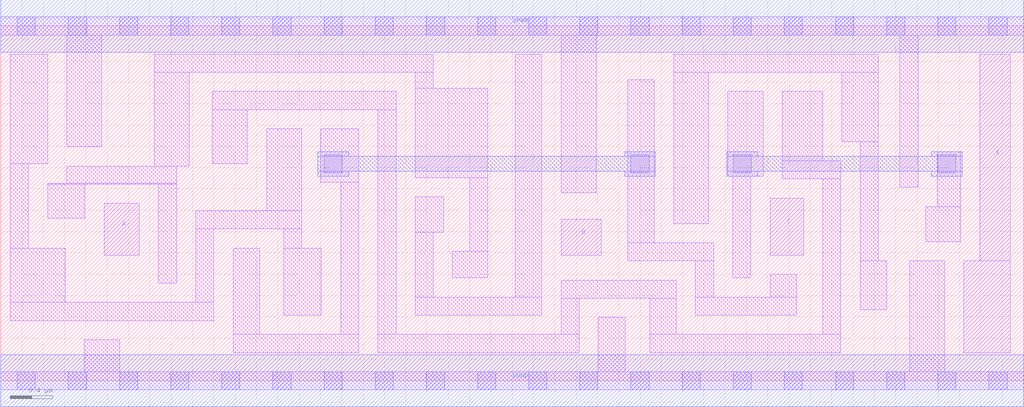
<source format=lef>
# Copyright 2020 The SkyWater PDK Authors
#
# Licensed under the Apache License, Version 2.0 (the "License");
# you may not use this file except in compliance with the License.
# You may obtain a copy of the License at
#
#     https://www.apache.org/licenses/LICENSE-2.0
#
# Unless required by applicable law or agreed to in writing, software
# distributed under the License is distributed on an "AS IS" BASIS,
# WITHOUT WARRANTIES OR CONDITIONS OF ANY KIND, either express or implied.
# See the License for the specific language governing permissions and
# limitations under the License.
#
# SPDX-License-Identifier: Apache-2.0

VERSION 5.7 ;
  NAMESCASESENSITIVE ON ;
  NOWIREEXTENSIONATPIN ON ;
  DIVIDERCHAR "/" ;
  BUSBITCHARS "[]" ;
UNITS
  DATABASE MICRONS 200 ;
END UNITS
MACRO sky130_fd_sc_lp__xor3_1
  CLASS CORE ;
  SOURCE USER ;
  FOREIGN sky130_fd_sc_lp__xor3_1 ;
  ORIGIN  0.000000  0.000000 ;
  SIZE  9.600000 BY  3.330000 ;
  SYMMETRY X Y R90 ;
  SITE unit ;
  PIN A
    ANTENNAGATEAREA  0.246000 ;
    DIRECTION INPUT ;
    USE SIGNAL ;
    PORT
      LAYER li1 ;
        RECT 0.970000 1.180000 1.300000 1.665000 ;
    END
  END A
  PIN B
    ANTENNAGATEAREA  0.729000 ;
    DIRECTION INPUT ;
    USE SIGNAL ;
    PORT
      LAYER li1 ;
        RECT 5.260000 1.180000 5.635000 1.515000 ;
    END
  END B
  PIN C
    ANTENNAGATEAREA  0.381000 ;
    DIRECTION INPUT ;
    USE SIGNAL ;
    PORT
      LAYER li1 ;
        RECT 7.220000 1.180000 7.535000 1.715000 ;
    END
  END C
  PIN X
    ANTENNADIFFAREA  0.598500 ;
    DIRECTION OUTPUT ;
    USE SIGNAL ;
    PORT
      LAYER li1 ;
        RECT 9.040000 0.265000 9.475000 1.125000 ;
        RECT 9.190000 1.125000 9.475000 3.065000 ;
    END
  END X
  PIN VGND
    DIRECTION INOUT ;
    USE GROUND ;
    PORT
      LAYER met1 ;
        RECT 0.000000 -0.245000 9.600000 0.245000 ;
    END
  END VGND
  PIN VPWR
    DIRECTION INOUT ;
    USE POWER ;
    PORT
      LAYER met1 ;
        RECT 0.000000 3.085000 9.600000 3.575000 ;
    END
  END VPWR
  OBS
    LAYER li1 ;
      RECT 0.000000 -0.085000 9.600000 0.085000 ;
      RECT 0.000000  3.245000 9.600000 3.415000 ;
      RECT 0.090000  0.565000 2.000000 0.735000 ;
      RECT 0.090000  0.735000 0.605000 1.245000 ;
      RECT 0.090000  1.245000 0.260000 2.035000 ;
      RECT 0.090000  2.035000 0.440000 3.065000 ;
      RECT 0.440000  1.525000 0.790000 1.845000 ;
      RECT 0.440000  1.845000 1.650000 1.855000 ;
      RECT 0.620000  1.855000 1.650000 2.015000 ;
      RECT 0.620000  2.195000 0.950000 3.245000 ;
      RECT 0.785000  0.085000 1.115000 0.385000 ;
      RECT 1.440000  2.015000 1.770000 2.895000 ;
      RECT 1.440000  2.895000 4.060000 3.065000 ;
      RECT 1.480000  0.915000 1.650000 1.845000 ;
      RECT 1.830000  0.735000 2.000000 1.425000 ;
      RECT 1.830000  1.425000 2.825000 1.595000 ;
      RECT 1.985000  2.035000 2.315000 2.545000 ;
      RECT 1.985000  2.545000 3.710000 2.715000 ;
      RECT 2.180000  0.265000 3.360000 0.435000 ;
      RECT 2.180000  0.435000 2.430000 1.245000 ;
      RECT 2.495000  1.595000 2.825000 2.365000 ;
      RECT 2.655000  0.615000 3.010000 1.245000 ;
      RECT 2.655000  1.245000 2.825000 1.425000 ;
      RECT 3.005000  1.865000 3.360000 2.365000 ;
      RECT 3.190000  0.435000 3.360000 1.865000 ;
      RECT 3.540000  0.265000 5.430000 0.435000 ;
      RECT 3.540000  0.435000 3.710000 2.545000 ;
      RECT 3.890000  0.615000 5.080000 0.785000 ;
      RECT 3.890000  0.785000 4.060000 1.395000 ;
      RECT 3.890000  1.395000 4.160000 1.725000 ;
      RECT 3.890000  1.905000 4.570000 2.745000 ;
      RECT 3.890000  2.745000 4.060000 2.895000 ;
      RECT 4.240000  0.965000 4.570000 1.215000 ;
      RECT 4.400000  1.215000 4.570000 1.905000 ;
      RECT 4.830000  0.785000 5.080000 3.065000 ;
      RECT 5.260000  0.435000 5.430000 0.775000 ;
      RECT 5.260000  0.775000 6.340000 0.945000 ;
      RECT 5.260000  1.765000 5.590000 3.245000 ;
      RECT 5.610000  0.085000 5.860000 0.595000 ;
      RECT 5.885000  1.125000 6.690000 1.295000 ;
      RECT 5.885000  1.295000 6.135000 2.825000 ;
      RECT 6.090000  0.265000 7.885000 0.435000 ;
      RECT 6.090000  0.435000 6.340000 0.775000 ;
      RECT 6.315000  1.475000 6.645000 2.895000 ;
      RECT 6.315000  2.895000 8.235000 3.065000 ;
      RECT 6.520000  0.615000 7.470000 0.785000 ;
      RECT 6.520000  0.785000 6.690000 1.125000 ;
      RECT 6.825000  1.920000 7.155000 2.715000 ;
      RECT 6.870000  0.965000 7.040000 1.920000 ;
      RECT 7.220000  0.785000 7.470000 1.000000 ;
      RECT 7.335000  1.895000 7.885000 2.065000 ;
      RECT 7.335000  2.065000 7.715000 2.715000 ;
      RECT 7.715000  0.435000 7.885000 1.895000 ;
      RECT 7.895000  2.245000 8.235000 2.895000 ;
      RECT 8.065000  0.665000 8.315000 1.125000 ;
      RECT 8.065000  1.125000 8.235000 2.245000 ;
      RECT 8.440000  1.815000 8.610000 3.245000 ;
      RECT 8.530000  0.085000 8.860000 1.125000 ;
      RECT 8.680000  1.305000 9.010000 1.635000 ;
      RECT 8.790000  1.635000 9.010000 2.150000 ;
    LAYER mcon ;
      RECT 0.155000 -0.085000 0.325000 0.085000 ;
      RECT 0.155000  3.245000 0.325000 3.415000 ;
      RECT 0.635000 -0.085000 0.805000 0.085000 ;
      RECT 0.635000  3.245000 0.805000 3.415000 ;
      RECT 1.115000 -0.085000 1.285000 0.085000 ;
      RECT 1.115000  3.245000 1.285000 3.415000 ;
      RECT 1.595000 -0.085000 1.765000 0.085000 ;
      RECT 1.595000  3.245000 1.765000 3.415000 ;
      RECT 2.075000 -0.085000 2.245000 0.085000 ;
      RECT 2.075000  3.245000 2.245000 3.415000 ;
      RECT 2.555000 -0.085000 2.725000 0.085000 ;
      RECT 2.555000  3.245000 2.725000 3.415000 ;
      RECT 3.035000 -0.085000 3.205000 0.085000 ;
      RECT 3.035000  1.950000 3.205000 2.120000 ;
      RECT 3.035000  3.245000 3.205000 3.415000 ;
      RECT 3.515000 -0.085000 3.685000 0.085000 ;
      RECT 3.515000  3.245000 3.685000 3.415000 ;
      RECT 3.995000 -0.085000 4.165000 0.085000 ;
      RECT 3.995000  3.245000 4.165000 3.415000 ;
      RECT 4.475000 -0.085000 4.645000 0.085000 ;
      RECT 4.475000  3.245000 4.645000 3.415000 ;
      RECT 4.955000 -0.085000 5.125000 0.085000 ;
      RECT 4.955000  3.245000 5.125000 3.415000 ;
      RECT 5.435000 -0.085000 5.605000 0.085000 ;
      RECT 5.435000  3.245000 5.605000 3.415000 ;
      RECT 5.915000 -0.085000 6.085000 0.085000 ;
      RECT 5.915000  1.950000 6.085000 2.120000 ;
      RECT 5.915000  3.245000 6.085000 3.415000 ;
      RECT 6.395000 -0.085000 6.565000 0.085000 ;
      RECT 6.395000  3.245000 6.565000 3.415000 ;
      RECT 6.875000 -0.085000 7.045000 0.085000 ;
      RECT 6.875000  1.950000 7.045000 2.120000 ;
      RECT 6.875000  3.245000 7.045000 3.415000 ;
      RECT 7.355000 -0.085000 7.525000 0.085000 ;
      RECT 7.355000  3.245000 7.525000 3.415000 ;
      RECT 7.835000 -0.085000 8.005000 0.085000 ;
      RECT 7.835000  3.245000 8.005000 3.415000 ;
      RECT 8.315000 -0.085000 8.485000 0.085000 ;
      RECT 8.315000  3.245000 8.485000 3.415000 ;
      RECT 8.795000 -0.085000 8.965000 0.085000 ;
      RECT 8.795000  1.950000 8.965000 2.120000 ;
      RECT 8.795000  3.245000 8.965000 3.415000 ;
      RECT 9.275000 -0.085000 9.445000 0.085000 ;
      RECT 9.275000  3.245000 9.445000 3.415000 ;
    LAYER met1 ;
      RECT 2.975000 1.920000 3.265000 1.965000 ;
      RECT 2.975000 1.965000 6.145000 2.105000 ;
      RECT 2.975000 2.105000 3.265000 2.150000 ;
      RECT 5.855000 1.920000 6.145000 1.965000 ;
      RECT 5.855000 2.105000 6.145000 2.150000 ;
      RECT 6.815000 1.920000 7.105000 1.965000 ;
      RECT 6.815000 1.965000 9.025000 2.105000 ;
      RECT 6.815000 2.105000 7.105000 2.150000 ;
      RECT 8.735000 1.920000 9.025000 1.965000 ;
      RECT 8.735000 2.105000 9.025000 2.150000 ;
  END
END sky130_fd_sc_lp__xor3_1
END LIBRARY

</source>
